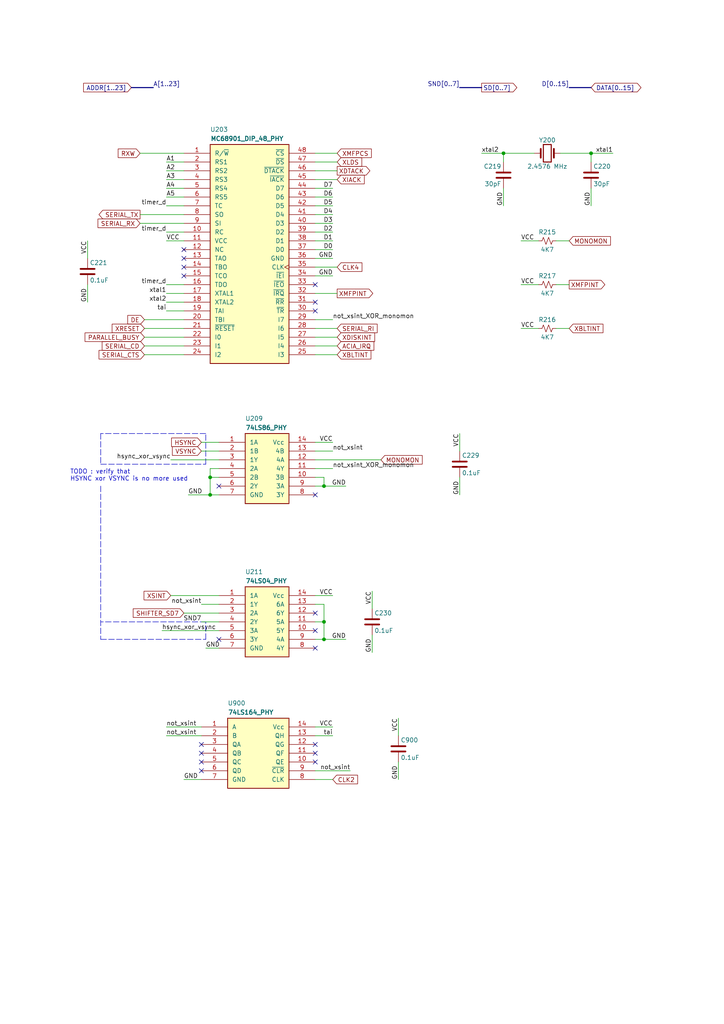
<source format=kicad_sch>
(kicad_sch (version 20211123) (generator eeschema)
  (paper "A4" portrait)
  (title_block (title "ReSTe mignon") (date "2022-07-13") (rev "mk0-0.1") (company "David SPORN") (comment 2 "original repository : https://github.com/sporniket/reste-mignon") (comment 4 "A remake of the Atari STe with some fixes applied and a target size of 25×18cm (B5)"))
  (lib_symbols
    (symbol "74x04:74LS04_PHY" (pin_names (offset 1.27))
      (property "Reference" "U" (at 0 0 0))
      (property "Value" "74LS04_PHY" (at 0 0 0))
      (symbol "74LS04_PHY_0_0"
        (rectangle (start -6.35 10.16) (end 6.35 -10.16) (stroke (width 0.254)) (fill (type background)))
        (pin input line (at -13.97 7.62 0) (length 7.62) (name "1A") (number "1"))
        (pin output line (at 13.97 -2.54 180) (length 7.62) (name "5Y") (number "10"))
        (pin input line (at 13.97 0 180) (length 7.62) (name "5A") (number "11"))
        (pin output line (at 13.97 2.54 180) (length 7.62) (name "6Y") (number "12"))
        (pin input line (at 13.97 5.08 180) (length 7.62) (name "6A") (number "13"))
        (pin power_in line (at 13.97 7.62 180) (length 7.62) (name "Vcc") (number "14"))
        (pin output line (at -13.97 5.08 0) (length 7.62) (name "1Y") (number "2"))
        (pin input line (at -13.97 2.54 0) (length 7.62) (name "2A") (number "3"))
        (pin output line (at -13.97 0 0) (length 7.62) (name "2Y") (number "4"))
        (pin input line (at -13.97 -2.54 0) (length 7.62) (name "3A") (number "5"))
        (pin output line (at -13.97 -5.08 0) (length 7.62) (name "3Y") (number "6"))
        (pin power_in line (at -13.97 -7.62 0) (length 7.62) (name "GND") (number "7"))
        (pin output line (at 13.97 -7.62 180) (length 7.62) (name "4Y") (number "8"))
        (pin input line (at 13.97 -5.08 180) (length 7.62) (name "4A") (number "9"))
      )
    )
    (symbol "74x164:74LS164_PHY" (pin_names (offset 1.27))
      (property "Reference" "U" (at 0 0 0))
      (property "Value" "74LS164_PHY" (at 0 0 0))
      (symbol "74LS164_PHY_0_0"
        (rectangle (start -8.89 10.16) (end 8.89 -10.16) (stroke (width 0.254)) (fill (type background)))
        (pin input line (at -16.51 7.62 0) (length 7.62) (name "A") (number "1"))
        (pin output line (at 16.51 -2.54 180) (length 7.62) (name "QE") (number "10"))
        (pin output line (at 16.51 0 180) (length 7.62) (name "QF") (number "11"))
        (pin output line (at 16.51 2.54 180) (length 7.62) (name "QG") (number "12"))
        (pin output line (at 16.51 5.08 180) (length 7.62) (name "QH") (number "13"))
        (pin power_in line (at 16.51 7.62 180) (length 7.62) (name "Vcc") (number "14"))
        (pin input line (at -16.51 5.08 0) (length 7.62) (name "B") (number "2"))
        (pin input line (at -16.51 2.54 0) (length 7.62) (name "QA") (number "3"))
        (pin output line (at -16.51 0 0) (length 7.62) (name "QB") (number "4"))
        (pin output line (at -16.51 -2.54 0) (length 7.62) (name "QC") (number "5"))
        (pin output line (at -16.51 -5.08 0) (length 7.62) (name "QD") (number "6"))
        (pin power_in line (at -16.51 -7.62 0) (length 7.62) (name "GND") (number "7"))
        (pin input line (at 16.51 -7.62 180) (length 7.62) (name "CLK") (number "8"))
        (pin input line (at 16.51 -5.08 180) (length 7.62) (name "~{CLR}") (number "9"))
      )
    )
    (symbol "74x86:74LS86_PHY" (pin_names (offset 1.27))
      (property "Reference" "U" (at 0 0 0))
      (property "Value" "74LS86_PHY" (at 0 0 0))
      (symbol "74LS86_PHY_0_0"
        (rectangle (start -6.35 10.16) (end 6.35 -10.16) (stroke (width 0.254)) (fill (type background)))
        (pin input line (at -13.97 7.62 0) (length 7.62) (name "1A") (number "1"))
        (pin input line (at 13.97 -2.54 180) (length 7.62) (name "3B") (number "10"))
        (pin output line (at 13.97 0 180) (length 7.62) (name "4Y") (number "11"))
        (pin input line (at 13.97 2.54 180) (length 7.62) (name "4A") (number "12"))
        (pin input line (at 13.97 5.08 180) (length 7.62) (name "4B") (number "13"))
        (pin power_in line (at 13.97 7.62 180) (length 7.62) (name "Vcc") (number "14"))
        (pin input line (at -13.97 5.08 0) (length 7.62) (name "1B") (number "2"))
        (pin output line (at -13.97 2.54 0) (length 7.62) (name "1Y") (number "3"))
        (pin input line (at -13.97 0 0) (length 7.62) (name "2A") (number "4"))
        (pin input line (at -13.97 -2.54 0) (length 7.62) (name "2B") (number "5"))
        (pin output line (at -13.97 -5.08 0) (length 7.62) (name "2Y") (number "6"))
        (pin power_in line (at -13.97 -7.62 0) (length 7.62) (name "GND") (number "7"))
        (pin output line (at 13.97 -7.62 180) (length 7.62) (name "3Y") (number "8"))
        (pin input line (at 13.97 -5.08 180) (length 7.62) (name "3A") (number "9"))
      )
    )
    (symbol "Device:C" (pin_numbers hide) (pin_names (offset 0.254))
      (property "Reference" "C" (at 0.635 2.54 0))
      (property "Value" "C" (at 0.635 -2.54 0))
      (symbol "C_0_1"
        (polyline (pts (xy -2.032 -0.762) (xy 2.032 -0.762)) (stroke (width 0.508)))
        (polyline (pts (xy -2.032 0.762) (xy 2.032 0.762)) (stroke (width 0.508)))
      )
      (symbol "C_1_1"
        (pin passive line (at 0 3.81 270) (length 2.794) (name "~") (number "1"))
        (pin passive line (at 0 -3.81 90) (length 2.794) (name "~") (number "2"))
      )
    )
    (symbol "Device:Crystal" (pin_numbers hide) (pin_names (offset 1.016) hide)
      (property "Reference" "Y" (at 0 3.81 0))
      (property "Value" "Crystal" (at 0 -3.81 0))
      (symbol "Crystal_0_1"
        (rectangle (start -1.143 2.54) (end 1.143 -2.54) (stroke (width 0.3048)))
        (polyline (pts (xy -2.54 0) (xy -1.905 0)))
        (polyline (pts (xy -1.905 -1.27) (xy -1.905 1.27)) (stroke (width 0.508)))
        (polyline (pts (xy 1.905 -1.27) (xy 1.905 1.27)) (stroke (width 0.508)))
        (polyline (pts (xy 2.54 0) (xy 1.905 0)))
      )
      (symbol "Crystal_1_1"
        (pin passive line (at -3.81 0 0) (length 1.27) (name "1") (number "1"))
        (pin passive line (at 3.81 0 180) (length 1.27) (name "2") (number "2"))
      )
    )
    (symbol "Device:R_Small_US" (pin_numbers hide) (pin_names (offset 0.254) hide)
      (property "Reference" "R" (at 0.762 0.508 0))
      (property "Value" "R_Small_US" (at 0.762 -1.016 0))
      (symbol "R_Small_US_1_1"
        (polyline (pts (xy 0 0) (xy 1.016 -0.381) (xy 0 -0.762) (xy -1.016 -1.143) (xy 0 -1.524)))
        (polyline (pts (xy 0 1.524) (xy 1.016 1.143) (xy 0 0.762) (xy -1.016 0.381) (xy 0 0)))
        (pin passive line (at 0 2.54 270) (length 1.016) (name "~") (number "1"))
        (pin passive line (at 0 -2.54 90) (length 1.016) (name "~") (number "2"))
      )
    )
    (symbol "mc68901d-dip48:MC68901_DIP_48_PHY" (pin_names (offset 1.27))
      (property "Reference" "U" (at 0 0 0))
      (property "Value" "MC68901_DIP_48_PHY" (at 0 0 0))
      (symbol "MC68901_DIP_48_PHY_0_0"
        (rectangle (start -11.43 31.75) (end 11.43 -31.75) (stroke (width 0.254)) (fill (type background)))
        (pin input line (at -19.05 29.21 0) (length 7.62) (name "R/~{W}") (number "1"))
        (pin input line (at -19.05 6.35 0) (length 7.62) (name "RC") (number "10"))
        (pin power_in line (at -19.05 3.81 0) (length 7.62) (name "VCC") (number "11"))
        (pin no_connect line (at -19.05 1.27 0) (length 7.62) (name "NC") (number "12"))
        (pin output line (at -19.05 -1.27 0) (length 7.62) (name "TAO") (number "13"))
        (pin output line (at -19.05 -3.81 0) (length 7.62) (name "TBO") (number "14"))
        (pin output line (at -19.05 -6.35 0) (length 7.62) (name "TCO") (number "15"))
        (pin output line (at -19.05 -8.89 0) (length 7.62) (name "TDO") (number "16"))
        (pin input line (at -19.05 -11.43 0) (length 7.62) (name "XTAL1") (number "17"))
        (pin output line (at -19.05 -13.97 0) (length 7.62) (name "XTAL2") (number "18"))
        (pin input line (at -19.05 -16.51 0) (length 7.62) (name "TAI") (number "19"))
        (pin input line (at -19.05 26.67 0) (length 7.62) (name "RS1") (number "2"))
        (pin input line (at -19.05 -19.05 0) (length 7.62) (name "TBI") (number "20"))
        (pin input line (at -19.05 -21.59 0) (length 7.62) (name "~{RESET}") (number "21"))
        (pin bidirectional line (at -19.05 -24.13 0) (length 7.62) (name "I0") (number "22"))
        (pin bidirectional line (at -19.05 -26.67 0) (length 7.62) (name "I1") (number "23"))
        (pin bidirectional line (at -19.05 -29.21 0) (length 7.62) (name "I2") (number "24"))
        (pin bidirectional line (at 19.05 -29.21 180) (length 7.62) (name "I3") (number "25"))
        (pin bidirectional line (at 19.05 -26.67 180) (length 7.62) (name "I4") (number "26"))
        (pin bidirectional line (at 19.05 -24.13 180) (length 7.62) (name "I5") (number "27"))
        (pin bidirectional line (at 19.05 -21.59 180) (length 7.62) (name "I6") (number "28"))
        (pin bidirectional line (at 19.05 -19.05 180) (length 7.62) (name "I7") (number "29"))
        (pin input line (at -19.05 24.13 0) (length 7.62) (name "RS2") (number "3"))
        (pin output line (at 19.05 -16.51 180) (length 7.62) (name "~{TR}") (number "30"))
        (pin output line (at 19.05 -13.97 180) (length 7.62) (name "~{RR}") (number "31"))
        (pin output line (at 19.05 -11.43 180) (length 7.62) (name "~{IRQ}") (number "32"))
        (pin output line (at 19.05 -8.89 180) (length 7.62) (name "~{IEO}") (number "33"))
        (pin input line (at 19.05 -6.35 180) (length 7.62) (name "~{IEI}") (number "34"))
        (pin input clock (at 19.05 -3.81 180) (length 7.62) (name "CLK") (number "35"))
        (pin power_in line (at 19.05 -1.27 180) (length 7.62) (name "GND") (number "36"))
        (pin bidirectional line (at 19.05 1.27 180) (length 7.62) (name "D0") (number "37"))
        (pin bidirectional line (at 19.05 3.81 180) (length 7.62) (name "D1") (number "38"))
        (pin bidirectional line (at 19.05 6.35 180) (length 7.62) (name "D2") (number "39"))
        (pin input line (at -19.05 21.59 0) (length 7.62) (name "RS3") (number "4"))
        (pin bidirectional line (at 19.05 8.89 180) (length 7.62) (name "D3") (number "40"))
        (pin bidirectional line (at 19.05 11.43 180) (length 7.62) (name "D4") (number "41"))
        (pin bidirectional line (at 19.05 13.97 180) (length 7.62) (name "D5") (number "42"))
        (pin bidirectional line (at 19.05 16.51 180) (length 7.62) (name "D6") (number "43"))
        (pin bidirectional line (at 19.05 19.05 180) (length 7.62) (name "D7") (number "44"))
        (pin input line (at 19.05 21.59 180) (length 7.62) (name "~{IACK}") (number "45"))
        (pin tri_state line (at 19.05 24.13 180) (length 7.62) (name "~{DTACK}") (number "46"))
        (pin input line (at 19.05 26.67 180) (length 7.62) (name "~{DS}") (number "47"))
        (pin input line (at 19.05 29.21 180) (length 7.62) (name "~{CS}") (number "48"))
        (pin input line (at -19.05 19.05 0) (length 7.62) (name "RS4") (number "5"))
        (pin input line (at -19.05 16.51 0) (length 7.62) (name "RS5") (number "6"))
        (pin input line (at -19.05 13.97 0) (length 7.62) (name "TC") (number "7"))
        (pin output line (at -19.05 11.43 0) (length 7.62) (name "SO") (number "8"))
        (pin input line (at -19.05 8.89 0) (length 7.62) (name "SI") (number "9"))
      )
    )
  )
  (junction (at 60.96 143.51))
  (junction (at 93.98 180.34))
  (junction (at 146.05 44.45))
  (junction (at 93.98 140.97))
  (junction (at 93.98 185.42))
  (junction (at 171.45 44.45))
  (junction (at 60.96 138.43))
  (no_connect (at 91.44 215.9))
  (no_connect (at 91.44 82.55))
  (no_connect (at 91.44 90.17))
  (no_connect (at 58.42 218.44))
  (no_connect (at 91.44 143.51))
  (no_connect (at 63.5 140.97))
  (no_connect (at 91.44 87.63))
  (no_connect (at 53.34 77.47))
  (no_connect (at 91.44 187.96))
  (no_connect (at 91.44 182.88))
  (no_connect (at 91.44 218.44))
  (no_connect (at 63.5 185.42))
  (no_connect (at 58.42 215.9))
  (no_connect (at 53.34 74.93))
  (no_connect (at 91.44 177.8))
  (no_connect (at 53.34 80.01))
  (no_connect (at 91.44 220.98))
  (no_connect (at 53.34 72.39))
  (no_connect (at 58.42 223.52))
  (no_connect (at 58.42 220.98))
  (wire (pts (xy 58.42 226.06) (xy 53.34 226.06)))
  (wire (pts (xy 115.57 208.28) (xy 115.57 213.36)))
  (wire (pts (xy 91.44 49.53) (xy 97.79 49.53)))
  (wire (pts (xy 100.33 140.97) (xy 93.98 140.97)))
  (wire (pts (xy 91.44 67.31) (xy 96.52 67.31)))
  (wire (pts (xy 91.44 52.07) (xy 97.79 52.07)))
  (wire (pts (xy 91.44 175.26) (xy 93.98 175.26)))
  (wire (pts (xy 91.44 172.72) (xy 96.52 172.72)))
  (wire (pts (xy 91.44 72.39) (xy 96.52 72.39)))
  (wire (pts (xy 91.44 97.79) (xy 97.79 97.79)))
  (wire (pts (xy 93.98 180.34) (xy 91.44 180.34)))
  (wire (pts (xy 91.44 69.85) (xy 96.52 69.85)))
  (wire (pts (xy 91.44 46.99) (xy 97.79 46.99)))
  (wire (pts (xy 93.98 185.42) (xy 100.33 185.42)))
  (wire (pts (xy 91.44 210.82) (xy 96.52 210.82)))
  (wire (pts (xy 48.26 90.17) (xy 53.34 90.17)))
  (wire (pts (xy 146.05 54.61) (xy 146.05 59.69)))
  (wire (pts (xy 60.96 138.43) (xy 63.5 138.43)))
  (wire (pts (xy 91.44 128.27) (xy 96.52 128.27)))
  (wire (pts (xy 161.29 82.55) (xy 165.1 82.55)))
  (wire (pts (xy 48.26 82.55) (xy 53.34 82.55)))
  (wire (pts (xy 151.13 69.85) (xy 156.21 69.85)))
  (wire (pts (xy 91.44 54.61) (xy 96.52 54.61)))
  (wire (pts (xy 161.29 95.25) (xy 165.1 95.25)))
  (bus (pts (xy 165.1 25.4) (xy 171.45 25.4)))
  (wire (pts (xy 60.96 135.89) (xy 63.5 135.89)))
  (wire (pts (xy 91.44 92.71) (xy 96.52 92.71)))
  (wire (pts (xy 60.96 135.89) (xy 60.96 138.43)))
  (wire (pts (xy 93.98 180.34) (xy 93.98 185.42)))
  (wire (pts (xy 41.91 97.79) (xy 53.34 97.79)))
  (wire (pts (xy 151.13 95.25) (xy 156.21 95.25)))
  (wire (pts (xy 133.35 125.73) (xy 133.35 130.81)))
  (wire (pts (xy 48.26 52.07) (xy 53.34 52.07)))
  (polyline (pts (xy 59.69 185.42) (xy 59.69 180.34)))
  (wire (pts (xy 91.44 74.93) (xy 96.52 74.93)))
  (wire (pts (xy 58.42 130.81) (xy 63.5 130.81)))
  (wire (pts (xy 91.44 138.43) (xy 93.98 138.43)))
  (wire (pts (xy 49.53 172.72) (xy 63.5 172.72)))
  (wire (pts (xy 48.26 54.61) (xy 53.34 54.61)))
  (wire (pts (xy 48.26 69.85) (xy 53.34 69.85)))
  (wire (pts (xy 40.64 64.77) (xy 53.34 64.77)))
  (polyline (pts (xy 29.21 185.42) (xy 59.69 185.42)))
  (wire (pts (xy 91.44 80.01) (xy 96.52 80.01)))
  (wire (pts (xy 58.42 175.26) (xy 63.5 175.26)))
  (wire (pts (xy 139.7 44.45) (xy 146.05 44.45)))
  (wire (pts (xy 162.56 44.45) (xy 171.45 44.45)))
  (wire (pts (xy 91.44 59.69) (xy 96.52 59.69)))
  (wire (pts (xy 60.96 138.43) (xy 60.96 143.51)))
  (wire (pts (xy 48.26 85.09) (xy 53.34 85.09)))
  (wire (pts (xy 93.98 140.97) (xy 93.98 138.43)))
  (wire (pts (xy 91.44 130.81) (xy 96.52 130.81)))
  (polyline (pts (xy 59.69 180.34) (xy 29.21 180.34)))
  (wire (pts (xy 41.91 102.87) (xy 53.34 102.87)))
  (wire (pts (xy 171.45 44.45) (xy 177.8 44.45)))
  (bus (pts (xy 133.35 25.4) (xy 139.7 25.4)))
  (wire (pts (xy 59.69 187.96) (xy 63.5 187.96)))
  (wire (pts (xy 91.44 62.23) (xy 96.52 62.23)))
  (wire (pts (xy 91.44 213.36) (xy 96.52 213.36)))
  (wire (pts (xy 91.44 64.77) (xy 96.52 64.77)))
  (wire (pts (xy 91.44 57.15) (xy 96.52 57.15)))
  (wire (pts (xy 91.44 223.52) (xy 101.6 223.52)))
  (wire (pts (xy 48.26 59.69) (xy 53.34 59.69)))
  (polyline (pts (xy 59.69 125.73) (xy 29.21 125.73)))
  (wire (pts (xy 49.53 133.35) (xy 63.5 133.35)))
  (wire (pts (xy 48.26 49.53) (xy 53.34 49.53)))
  (wire (pts (xy 146.05 46.99) (xy 146.05 44.45)))
  (wire (pts (xy 25.4 82.55) (xy 25.4 87.63)))
  (polyline (pts (xy 29.21 140.97) (xy 29.21 185.42)))
  (wire (pts (xy 41.91 95.25) (xy 53.34 95.25)))
  (polyline (pts (xy 29.21 125.73) (xy 29.21 134.62)))
  (wire (pts (xy 48.26 46.99) (xy 53.34 46.99)))
  (wire (pts (xy 41.91 100.33) (xy 53.34 100.33)))
  (wire (pts (xy 58.42 128.27) (xy 63.5 128.27)))
  (wire (pts (xy 40.64 62.23) (xy 53.34 62.23)))
  (wire (pts (xy 133.35 138.43) (xy 133.35 143.51)))
  (wire (pts (xy 91.44 135.89) (xy 96.52 135.89)))
  (wire (pts (xy 115.57 220.98) (xy 115.57 226.06)))
  (wire (pts (xy 48.26 213.36) (xy 58.42 213.36)))
  (wire (pts (xy 171.45 44.45) (xy 171.45 46.99)))
  (wire (pts (xy 93.98 185.42) (xy 91.44 185.42)))
  (wire (pts (xy 91.44 140.97) (xy 93.98 140.97)))
  (wire (pts (xy 107.95 184.15) (xy 107.95 189.23)))
  (wire (pts (xy 91.44 100.33) (xy 97.79 100.33)))
  (wire (pts (xy 91.44 77.47) (xy 97.79 77.47)))
  (wire (pts (xy 48.26 210.82) (xy 58.42 210.82)))
  (wire (pts (xy 60.96 143.51) (xy 63.5 143.51)))
  (polyline (pts (xy 29.21 134.62) (xy 59.69 134.62)))
  (wire (pts (xy 93.98 175.26) (xy 93.98 180.34)))
  (wire (pts (xy 40.64 44.45) (xy 53.34 44.45)))
  (wire (pts (xy 58.42 180.34) (xy 63.5 180.34)))
  (wire (pts (xy 91.44 133.35) (xy 110.49 133.35)))
  (wire (pts (xy 91.44 44.45) (xy 97.79 44.45)))
  (wire (pts (xy 48.26 57.15) (xy 53.34 57.15)))
  (wire (pts (xy 146.05 44.45) (xy 154.94 44.45)))
  (wire (pts (xy 91.44 102.87) (xy 97.79 102.87)))
  (wire (pts (xy 107.95 171.45) (xy 107.95 176.53)))
  (wire (pts (xy 48.26 87.63) (xy 53.34 87.63)))
  (wire (pts (xy 91.44 95.25) (xy 97.79 95.25)))
  (wire (pts (xy 48.26 67.31) (xy 53.34 67.31)))
  (wire (pts (xy 91.44 226.06) (xy 96.52 226.06)))
  (wire (pts (xy 171.45 54.61) (xy 171.45 59.69)))
  (wire (pts (xy 41.91 92.71) (xy 53.34 92.71)))
  (wire (pts (xy 54.61 143.51) (xy 60.96 143.51)))
  (wire (pts (xy 46.99 182.88) (xy 63.5 182.88)))
  (bus (pts (xy 38.1 25.4) (xy 44.45 25.4)))
  (wire (pts (xy 53.34 177.8) (xy 63.5 177.8)))
  (wire (pts (xy 25.4 69.85) (xy 25.4 74.93)))
  (wire (pts (xy 161.29 69.85) (xy 165.1 69.85)))
  (wire (pts (xy 91.44 85.09) (xy 97.79 85.09)))
  (polyline (pts (xy 59.69 134.62) (xy 59.69 125.73)))
  (wire (pts (xy 151.13 82.55) (xy 156.21 82.55)))
  (text "TODO : verify that\nHSYNC xor VSYNC is no more used" (at 20.32 139.7 0) (effects (font (size 1.27 1.27)) (justify left bottom)))
  (label "D5" (at 96.52 59.69 180))
  (label "tai" (at 48.26 90.17 180))
  (label "VCC" (at 96.52 210.82 180))
  (label "A1" (at 48.26 46.99 0))
  (label "timer_d" (at 48.26 67.31 180))
  (label "tai" (at 96.52 213.36 180))
  (label "not_xsint_XOR_monomon" (at 96.52 135.89 0))
  (label "GND" (at 107.95 189.23 90))
  (label "not_xsint" (at 96.52 130.81 0))
  (label "SND7" (at 58.42 180.34 180))
  (label "A4" (at 48.26 54.61 0))
  (label "GND" (at 100.33 185.42 180))
  (label "xtal2" (at 139.7 44.45 0))
  (label "D7" (at 96.52 54.61 180))
  (label "VCC" (at 151.13 95.25 0))
  (label "D1" (at 96.52 69.85 180))
  (label "xtal1" (at 177.8 44.45 180))
  (label "GND" (at 146.05 59.69 90))
  (label "GND" (at 115.57 226.06 90))
  (label "VCC" (at 151.13 82.55 0))
  (label "hsync_xor_vsync" (at 49.53 133.35 180))
  (label "VCC" (at 48.26 69.85 0))
  (label "not_xsint" (at 48.26 210.82 0))
  (label "GND" (at 96.52 74.93 180))
  (label "GND" (at 171.45 59.69 90))
  (label "VCC" (at 133.35 125.73 270))
  (label "timer_d" (at 48.26 82.55 180))
  (label "GND" (at 100.33 140.97 180))
  (label "VCC" (at 96.52 172.72 180))
  (label "VCC" (at 96.52 128.27 180))
  (label "GND" (at 96.52 80.01 180))
  (label "VCC" (at 115.57 208.28 270))
  (label "VCC" (at 25.4 69.85 270))
  (label "not_xsint" (at 101.6 223.52 180))
  (label "GND" (at 133.35 143.51 90))
  (label "GND" (at 53.34 226.06 0))
  (label "D4" (at 96.52 62.23 180))
  (label "A[1..23]" (at 44.45 25.4 0))
  (label "D2" (at 96.52 67.31 180))
  (label "VCC" (at 107.95 171.45 270))
  (label "D3" (at 96.52 64.77 180))
  (label "xtal1" (at 48.26 85.09 180))
  (label "A3" (at 48.26 52.07 0))
  (label "A5" (at 48.26 57.15 0))
  (label "D6" (at 96.52 57.15 180))
  (label "GND" (at 25.4 87.63 90))
  (label "A2" (at 48.26 49.53 0))
  (label "not_xsint" (at 58.42 175.26 180))
  (label "D0" (at 96.52 72.39 180))
  (label "not_xsint" (at 48.26 213.36 0))
  (label "GND" (at 59.69 187.96 0))
  (label "timer_d" (at 48.26 59.69 180))
  (label "D[0..15]" (at 165.1 25.4 180))
  (label "not_xsint_XOR_monomon" (at 96.52 92.71 0))
  (label "xtal2" (at 48.26 87.63 180))
  (label "GND" (at 54.61 143.51 0))
  (label "SND[0..7]" (at 133.35 25.4 180))
  (label "hsync_xor_vsync" (at 46.99 182.88 0))
  (label "VCC" (at 151.13 69.85 0))
  (global_label "SERIAL_RX" (shape input) (at 40.64 64.77 180) (property "Intersheet References" "${INTERSHEET_REFS}" (effects hide)))
  (global_label "SERIAL_TX" (shape output) (at 40.64 62.23 180) (property "Intersheet References" "${INTERSHEET_REFS}" (effects hide)))
  (global_label "XLDS" (shape input) (at 97.79 46.99 0) (property "Intersheet References" "${INTERSHEET_REFS}" (effects hide)))
  (global_label "SHIFTER_SD7" (shape input) (at 53.34 177.8 180) (property "Intersheet References" "${INTERSHEET_REFS}" (effects hide)))
  (global_label "XSINT" (shape input) (at 49.53 172.72 180) (property "Intersheet References" "${INTERSHEET_REFS}" (effects hide)))
  (global_label "ACIA_IRQ" (shape input) (at 97.79 100.33 0) (property "Intersheet References" "${INTERSHEET_REFS}" (effects hide)))
  (global_label "SERIAL_CTS" (shape input) (at 41.91 102.87 180) (property "Intersheet References" "${INTERSHEET_REFS}" (effects hide)))
  (global_label "XMFPINT" (shape output) (at 165.1 82.55 0) (property "Intersheet References" "${INTERSHEET_REFS}" (effects hide)))
  (global_label "ADDR[1..23]" (shape input) (at 38.1 25.4 180) (property "Intersheet References" "${INTERSHEET_REFS}" (effects hide)))
  (global_label "XRESET" (shape input) (at 41.91 95.25 180) (property "Intersheet References" "${INTERSHEET_REFS}" (effects hide)))
  (global_label "PARALLEL_BUSY" (shape input) (at 41.91 97.79 180) (property "Intersheet References" "${INTERSHEET_REFS}" (effects hide)))
  (global_label "MONOMON" (shape input) (at 165.1 69.85 0) (property "Intersheet References" "${INTERSHEET_REFS}" (effects hide)))
  (global_label "DATA[0..15]" (shape bidirectional) (at 171.45 25.4 0) (property "Intersheet References" "${INTERSHEET_REFS}" (effects hide)))
  (global_label "XBLTINT" (shape input) (at 97.79 102.87 0) (property "Intersheet References" "${INTERSHEET_REFS}" (effects hide)))
  (global_label "DE" (shape input) (at 41.91 92.71 180) (property "Intersheet References" "${INTERSHEET_REFS}" (effects hide)))
  (global_label "HSYNC" (shape input) (at 58.42 128.27 180) (property "Intersheet References" "${INTERSHEET_REFS}" (effects hide)))
  (global_label "VSYNC" (shape input) (at 58.42 130.81 180) (property "Intersheet References" "${INTERSHEET_REFS}" (effects hide)))
  (global_label "XIACK" (shape input) (at 97.79 52.07 0) (property "Intersheet References" "${INTERSHEET_REFS}" (effects hide)))
  (global_label "SERIAL_CD" (shape input) (at 41.91 100.33 180) (property "Intersheet References" "${INTERSHEET_REFS}" (effects hide)))
  (global_label "SERIAL_RI" (shape input) (at 97.79 95.25 0) (property "Intersheet References" "${INTERSHEET_REFS}" (effects hide)))
  (global_label "CLK4" (shape input) (at 97.79 77.47 0) (property "Intersheet References" "${INTERSHEET_REFS}" (effects hide)))
  (global_label "SD[0..7]" (shape output) (at 139.7 25.4 0) (property "Intersheet References" "${INTERSHEET_REFS}" (effects hide)))
  (global_label "XMFPINT" (shape output) (at 97.79 85.09 0) (property "Intersheet References" "${INTERSHEET_REFS}" (effects hide)))
  (global_label "XBLTINT" (shape input) (at 165.1 95.25 0) (property "Intersheet References" "${INTERSHEET_REFS}" (effects hide)))
  (global_label "XDISKINT" (shape input) (at 97.79 97.79 0) (property "Intersheet References" "${INTERSHEET_REFS}" (effects hide)))
  (global_label "RXW" (shape input) (at 40.64 44.45 180) (property "Intersheet References" "${INTERSHEET_REFS}" (effects hide)))
  (global_label "XDTACK" (shape output) (at 97.79 49.53 0) (property "Intersheet References" "${INTERSHEET_REFS}" (effects hide)))
  (global_label "XMFPCS" (shape input) (at 97.79 44.45 0) (property "Intersheet References" "${INTERSHEET_REFS}" (effects hide)))
  (global_label "MONOMON" (shape input) (at 110.49 133.35 0) (property "Intersheet References" "${INTERSHEET_REFS}" (effects hide)))
  (global_label "CLK2" (shape input) (at 96.52 226.06 0) (property "Intersheet References" "${INTERSHEET_REFS}" (effects hide)))
  (symbol (lib_id "mc68901d-dip48:MC68901_DIP_48_PHY") (at 72.39 73.66 0) (unit 1)
    (property "Reference" "U203" (at 60.96 36.83 0) (effects (justify left top)))
    (property "Value" "MC68901_DIP_48_PHY" (at 60.96 39.37 0) (effects (font bold) (justify left top)))
    (property "Footprint" "Package_DIP:DIP-48_W15.24mm_Socket_LongPads" (effects hide))
  )
  (symbol (lib_id "74x164:74LS164_PHY") (at 74.93 218.44 0) (unit 1)
    (property "Reference" "U900" (at 66.04 203.2 0) (effects (justify left top)))
    (property "Value" "74LS164_PHY" (at 66.04 205.74 0) (effects (font bold) (justify left top)))
    (property "Footprint" "Package_DIP:DIP-14_W7.62mm_LongPads" (effects hide))
  )
  (symbol (lib_id "74x04:74LS04_PHY") (at 77.47 180.34 0) (unit 1)
    (property "Reference" "U211" (at 71.12 165.1 0) (effects (justify left top)))
    (property "Value" "74LS04_PHY" (at 71.12 167.64 0) (effects (font bold) (justify left top)))
    (property "Footprint" "Package_DIP:DIP-14_W7.62mm_LongPads" (effects hide))
  )
  (symbol (lib_id "Device:C") (at 115.57 217.17 0) (unit 1)
    (property "Reference" "C900" (at 116.205 214.63 0) (effects (justify left)))
    (property "Value" "0.1uF" (at 116.205 219.71 0) (effects (justify left)))
    (property "Footprint" "Capacitor_SMD:C_1206_3216Metric_Pad1.33x1.80mm_HandSolder" (effects hide))
  )
  (symbol (lib_id "Device:C") (at 107.95 180.34 0) (unit 1)
    (property "Reference" "C230" (at 108.585 177.8 0) (effects (justify left)))
    (property "Value" "0.1uF" (at 108.585 182.88 0) (effects (justify left)))
    (property "Footprint" "Capacitor_SMD:C_1206_3216Metric_Pad1.33x1.80mm_HandSolder" (effects hide))
  )
  (symbol (lib_id "Device:C") (at 133.35 134.62 0) (unit 1)
    (property "Reference" "C229" (at 133.985 132.08 0) (effects (justify left)))
    (property "Value" "0.1uF" (at 133.985 137.16 0) (effects (justify left)))
    (property "Footprint" "Capacitor_SMD:C_1206_3216Metric_Pad1.33x1.80mm_HandSolder" (effects hide))
  )
  (symbol (lib_id "Device:C") (at 25.4 78.74 0) (unit 1)
    (property "Reference" "C221" (at 26.035 76.2 0) (effects (justify left)))
    (property "Value" "0.1uF" (at 26.035 81.28 0) (effects (justify left)))
    (property "Footprint" "Capacitor_SMD:C_1206_3216Metric_Pad1.33x1.80mm_HandSolder" (effects hide))
  )
  (symbol (lib_id "74x86:74LS86_PHY") (at 77.47 135.89 0) (unit 1)
    (property "Reference" "U209" (at 71.12 120.65 0) (effects (justify left top)))
    (property "Value" "74LS86_PHY" (at 71.12 123.19 0) (effects (font bold) (justify left top)))
    (property "Footprint" "Package_DIP:DIP-14_W7.62mm_LongPads" (effects hide))
  )
  (symbol (lib_id "Device:R_Small_US") (at 158.75 82.55 270) (unit 1)
    (property "Reference" "R217" (at 158.75 80.01 90))
    (property "Value" "4K7" (at 158.75 85.09 90))
    (property "Footprint" "Resistor_SMD:R_1206_3216Metric_Pad1.30x1.75mm_HandSolder" (effects hide))
  )
  (symbol (lib_id "Device:R_Small_US") (at 158.75 69.85 270) (unit 1)
    (property "Reference" "R215" (at 158.75 67.31 90))
    (property "Value" "4K7" (at 158.75 72.39 90))
    (property "Footprint" "Resistor_SMD:R_1206_3216Metric_Pad1.30x1.75mm_HandSolder" (effects hide))
  )
  (symbol (lib_id "Device:R_Small_US") (at 158.75 95.25 270) (unit 1)
    (property "Reference" "R216" (at 158.75 92.71 90))
    (property "Value" "4K7" (at 158.75 97.79 90))
    (property "Footprint" "Resistor_SMD:R_1206_3216Metric_Pad1.30x1.75mm_HandSolder" (effects hide))
  )
  (symbol (lib_id "Device:Crystal") (at 158.75 44.45 0) (unit 1)
    (property "Reference" "Y200" (at 158.75 40.64 0))
    (property "Value" "2.4576 MHz" (at 158.75 48.26 0))
    (property "Footprint" "Crystal:Crystal_HC18-U_Horizontal" (effects hide))
  )
  (symbol (lib_id "Device:C") (at 146.05 50.8 0) (mirror y) (unit 1)
    (property "Reference" "C219" (at 145.415 48.26 0) (effects (justify left)))
    (property "Value" "30pF" (at 145.415 53.34 0) (effects (justify left)))
    (property "Footprint" "Capacitor_SMD:C_1206_3216Metric_Pad1.33x1.80mm_HandSolder" (effects hide))
  )
  (symbol (lib_id "Device:C") (at 171.45 50.8 0) (unit 1)
    (property "Reference" "C220" (at 172.085 48.26 0) (effects (justify left)))
    (property "Value" "30pF" (at 172.085 53.34 0) (effects (justify left)))
    (property "Footprint" "Capacitor_SMD:C_1206_3216Metric_Pad1.33x1.80mm_HandSolder" (effects hide))
  )
)
</source>
